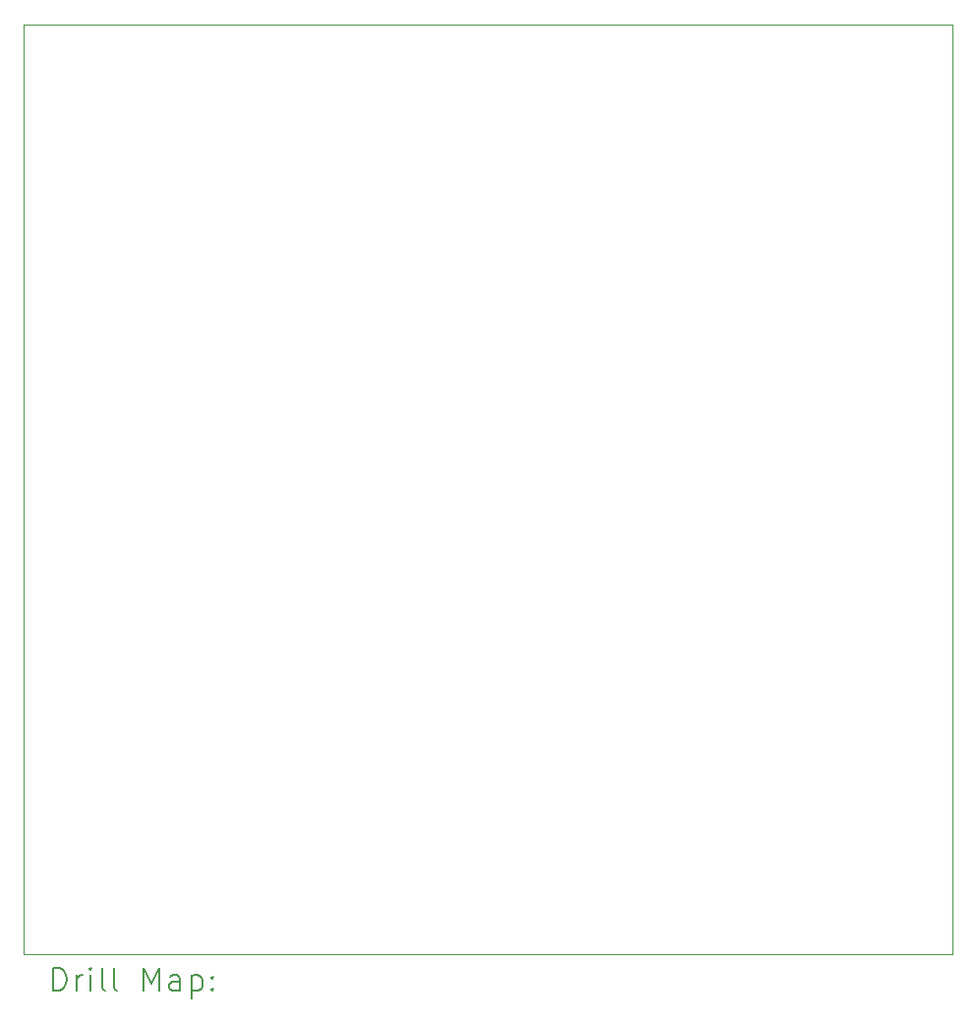
<source format=gbr>
%FSLAX45Y45*%
G04 Gerber Fmt 4.5, Leading zero omitted, Abs format (unit mm)*
G04 Created by KiCad (PCBNEW (6.0.5)) date 2022-09-29 16:52:37*
%MOMM*%
%LPD*%
G01*
G04 APERTURE LIST*
%TA.AperFunction,Profile*%
%ADD10C,0.100000*%
%TD*%
%ADD11C,0.200000*%
G04 APERTURE END LIST*
D10*
X18200000Y-13000000D02*
X26200000Y-13000000D01*
X26200000Y-13000000D02*
X26200000Y-5000000D01*
X26200000Y-5000000D02*
X18200000Y-5000000D01*
X18200000Y-5000000D02*
X18200000Y-13000000D01*
D11*
X18452619Y-13315476D02*
X18452619Y-13115476D01*
X18500238Y-13115476D01*
X18528810Y-13125000D01*
X18547857Y-13144048D01*
X18557381Y-13163095D01*
X18566905Y-13201190D01*
X18566905Y-13229762D01*
X18557381Y-13267857D01*
X18547857Y-13286905D01*
X18528810Y-13305952D01*
X18500238Y-13315476D01*
X18452619Y-13315476D01*
X18652619Y-13315476D02*
X18652619Y-13182143D01*
X18652619Y-13220238D02*
X18662143Y-13201190D01*
X18671667Y-13191667D01*
X18690714Y-13182143D01*
X18709762Y-13182143D01*
X18776429Y-13315476D02*
X18776429Y-13182143D01*
X18776429Y-13115476D02*
X18766905Y-13125000D01*
X18776429Y-13134524D01*
X18785952Y-13125000D01*
X18776429Y-13115476D01*
X18776429Y-13134524D01*
X18900238Y-13315476D02*
X18881190Y-13305952D01*
X18871667Y-13286905D01*
X18871667Y-13115476D01*
X19005000Y-13315476D02*
X18985952Y-13305952D01*
X18976429Y-13286905D01*
X18976429Y-13115476D01*
X19233571Y-13315476D02*
X19233571Y-13115476D01*
X19300238Y-13258333D01*
X19366905Y-13115476D01*
X19366905Y-13315476D01*
X19547857Y-13315476D02*
X19547857Y-13210714D01*
X19538333Y-13191667D01*
X19519286Y-13182143D01*
X19481190Y-13182143D01*
X19462143Y-13191667D01*
X19547857Y-13305952D02*
X19528810Y-13315476D01*
X19481190Y-13315476D01*
X19462143Y-13305952D01*
X19452619Y-13286905D01*
X19452619Y-13267857D01*
X19462143Y-13248809D01*
X19481190Y-13239286D01*
X19528810Y-13239286D01*
X19547857Y-13229762D01*
X19643095Y-13182143D02*
X19643095Y-13382143D01*
X19643095Y-13191667D02*
X19662143Y-13182143D01*
X19700238Y-13182143D01*
X19719286Y-13191667D01*
X19728810Y-13201190D01*
X19738333Y-13220238D01*
X19738333Y-13277381D01*
X19728810Y-13296428D01*
X19719286Y-13305952D01*
X19700238Y-13315476D01*
X19662143Y-13315476D01*
X19643095Y-13305952D01*
X19824048Y-13296428D02*
X19833571Y-13305952D01*
X19824048Y-13315476D01*
X19814524Y-13305952D01*
X19824048Y-13296428D01*
X19824048Y-13315476D01*
X19824048Y-13191667D02*
X19833571Y-13201190D01*
X19824048Y-13210714D01*
X19814524Y-13201190D01*
X19824048Y-13191667D01*
X19824048Y-13210714D01*
M02*

</source>
